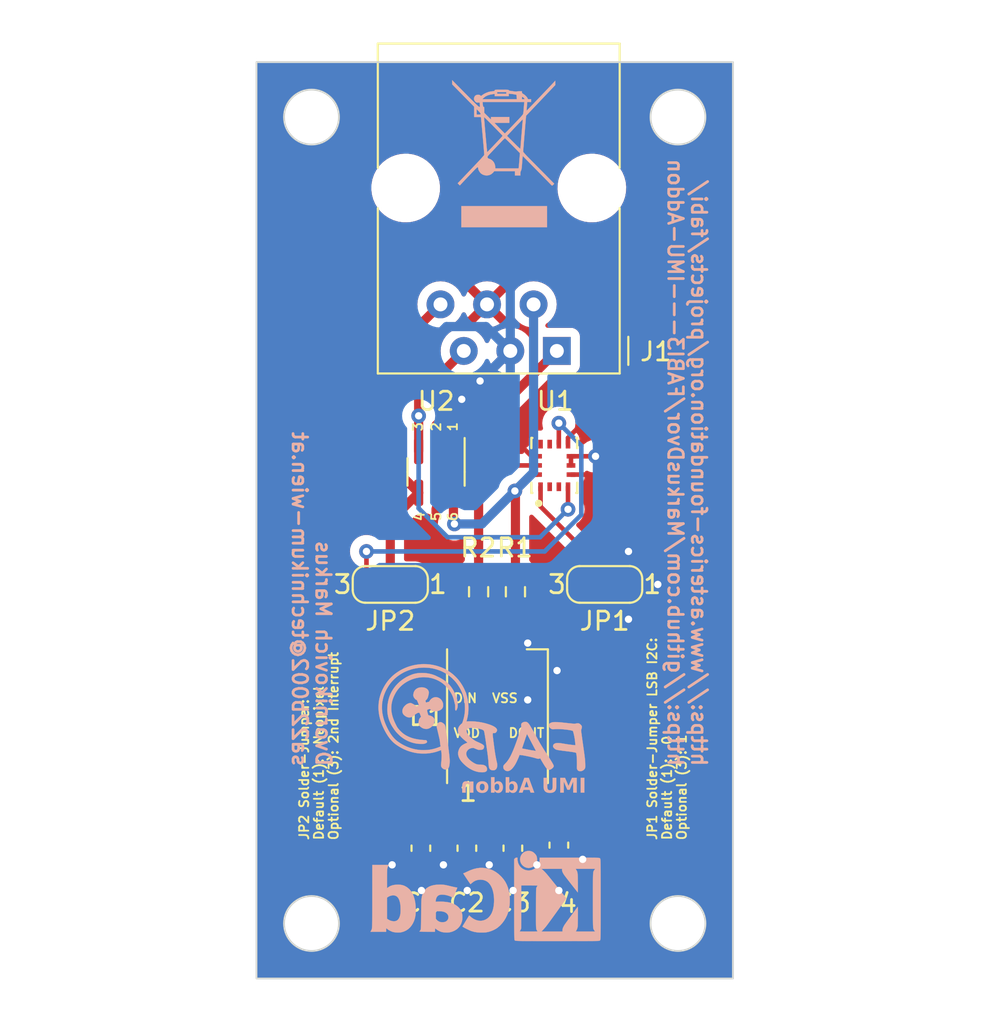
<source format=kicad_pcb>
(kicad_pcb (version 20221018) (generator pcbnew)
  (layers (0 "F.Cu" signal) (31 "B.Cu" signal) (34 "B.Paste" user) (35 "F.Paste" user) (36 "B.SilkS" user "B.Silkscreen") (37 "F.SilkS" user "F.Silkscreen") (38 "B.Mask" user) (39 "F.Mask" user) (44 "Edge.Cuts" user))
  (net 0 "")
  (net 1 "GND")
  (net 2 "+3V3")
  (net 3 "/SCL")
  (net 4 "/SDA")
  (net 5 "/EXT1")
  (net 6 "/EXT2")
  (net 11 "Net-(JP1-C)")
  (net 13 "Net-(D1-DIN)")
  (net 14 "Net-(JP2-B)")
  (footprint "Resistor_SMD:R_0603_1608Metric_Pad0.98x0.95mm_HandSolder" (layer "F.Cu") (at 198.13 71.4 90)
    (fp_text reference "R1" (at 2.4 -0.03 180) (layer "F.SilkS"))
    (fp_text value "10k")
    (pad "1" smd roundrect (at -0.9125 0 90) (size 0.975 0.95) (layers "F.Cu" "F.Paste" "F.Mask") (net 2 "+3V3"))
    (pad "2" smd roundrect (at 0.9125 0 90) (size 0.975 0.95) (layers "F.Cu" "F.Paste" "F.Mask") (net 4 "/SDA"))
  )
  (footprint "ICM-42670-P:IC_ICM-42670-P" (layer "F.Cu") (at 200.25 64.5075 90)
    (fp_text reference "U1" (at 3.5075 0.05 180) (layer "F.SilkS"))
    (fp_text value "ICM-42670-P")
    (pad "1" smd rect (at -1.1625 -0.75 90) (size 0.475 0.25) (layers "F.Cu" "F.Paste") (net 11 "Net-(JP1-C)"))
    (pad "2" smd rect (at -1.1625 -0.25 90) (size 0.475 0.25) (layers "F.Cu" "F.Paste"))
    (pad "3" smd rect (at -1.1625 0.25 90) (size 0.475 0.25) (layers "F.Cu" "F.Paste"))
    (pad "4" smd rect (at -1.1625 0.75 90) (size 0.475 0.25) (layers "F.Cu" "F.Paste") (net 5 "/EXT1"))
    (pad "5" smd rect (at -0.5 0.9125 90) (size 0.25 0.475) (layers "F.Cu" "F.Paste") (net 2 "+3V3"))
    (pad "6" smd rect (at 0 0.9125 90) (size 0.25 0.475) (layers "F.Cu" "F.Paste") (net 1 "GND"))
    (pad "7" smd rect (at 0.5 0.9125 90) (size 0.25 0.475) (layers "F.Cu" "F.Paste") (net 1 "GND"))
    (pad "8" smd rect (at 1.1625 0.75 90) (size 0.475 0.25) (layers "F.Cu" "F.Paste") (net 2 "+3V3"))
    (pad "9" smd rect (at 1.1625 0.25 90) (size 0.475 0.25) (layers "F.Cu" "F.Paste") (net 14 "Net-(JP2-B)"))
    (pad "10" smd rect (at 1.1625 -0.25 90) (size 0.475 0.25) (layers "F.Cu" "F.Paste"))
    (pad "11" smd rect (at 1.1625 -0.75 90) (size 0.475 0.25) (layers "F.Cu" "F.Paste"))
    (pad "12" smd rect (at 0.5 -0.9125 90) (size 0.25 0.475) (layers "F.Cu" "F.Paste") (net 2 "+3V3"))
    (pad "13" smd rect (at 0 -0.9125 90) (size 0.25 0.475) (layers "F.Cu" "F.Paste") (net 3 "/SCL"))
    (pad "14" smd rect (at -0.5 -0.9125 90) (size 0.25 0.475) (layers "F.Cu" "F.Paste") (net 4 "/SDA"))
    (zone (net 0) (net_name "") (layer "F.Cu") (connect_pads (clearance 0)) (min_thickness 0.01)
      (keepout (tracks not_allowed) (vias not_allowed) (pads not_allowed) (copperpour not_allowed) (footprints allowed))
      (fill (thermal_gap 0.508) (thermal_bridge_width 0.508))
      (polygon (pts (xy 199.6 65.4075) (xy 199.6 63.6075) (xy 200.9 63.6075) (xy 200.9 65.4075)))
    )
  )
  (footprint "Capacitor_SMD:C_0603_1608Metric_Pad1.08x0.95mm_HandSolder" (layer "F.Cu") (at 197.99 85.3925 -90)
    (fp_text reference "C3" (at 2.975 0 -180) (layer "F.SilkS"))
    (fp_text value "2,2uF")
    (pad "1" smd roundrect (at -0.8625 0 270) (size 1.075 0.95) (layers "F.Cu" "F.Paste" "F.Mask") (net 2 "+3V3"))
    (pad "2" smd roundrect (at 0.8625 0 270) (size 1.075 0.95) (layers "F.Cu" "F.Paste" "F.Mask") (net 1 "GND"))
  )
  (footprint "LED_SMD:LED_WS2812B_PLCC4_5.0x5.0mm_P3.2mm" (layer "F.Cu") (at 197.15 78.19 90)
    (fp_text reference "D1" (at -0.01 -3.85 180) (layer "F.SilkS"))
    (fp_text value "WS2812B")
    (fp_text user "1" (at -4.15 -1.6 180) (layer "F.SilkS"))
    (pad "1" smd rect (at -2.45 -1.65 90) (size 1.5 0.9) (layers "F.Cu" "F.Paste" "F.Mask") (net 2 "+3V3"))
    (pad "2" smd rect (at -2.45 1.65 90) (size 1.5 0.9) (layers "F.Cu" "F.Paste" "F.Mask"))
    (pad "3" smd rect (at 2.45 1.65 90) (size 1.5 0.9) (layers "F.Cu" "F.Paste" "F.Mask") (net 1 "GND"))
    (pad "4" smd rect (at 2.45 -1.65 90) (size 1.5 0.9) (layers "F.Cu" "F.Paste" "F.Mask") (net 13 "Net-(D1-DIN)"))
  )
  (footprint "Capacitor_SMD:C_0603_1608Metric" (layer "F.Cu") (at 200.5 85.225 -90)
    (fp_text reference "C4" (at 3.175 0 -180) (layer "F.SilkS"))
    (fp_text value "100n")
    (pad "1" smd roundrect (at -0.775 0 270) (size 0.9 0.95) (layers "F.Cu" "F.Paste" "F.Mask") (net 2 "+3V3"))
    (pad "2" smd roundrect (at 0.775 0 270) (size 0.9 0.95) (layers "F.Cu" "F.Paste" "F.Mask") (net 1 "GND"))
  )
  (footprint "Capacitor_SMD:C_0603_1608Metric_Pad1.08x0.95mm_HandSolder" (layer "F.Cu") (at 195.48 85.3925 -90)
    (fp_text reference "C2" (at 2.975 0 -180) (layer "F.SilkS"))
    (fp_text value "0,1uF")
    (pad "1" smd roundrect (at -0.8625 0 270) (size 1.075 0.95) (layers "F.Cu" "F.Paste" "F.Mask") (net 2 "+3V3"))
    (pad "2" smd roundrect (at 0.8625 0 270) (size 1.075 0.95) (layers "F.Cu" "F.Paste" "F.Mask") (net 1 "GND"))
  )
  (footprint "Jumper:SolderJumper-3_P1.3mm_Bridged12_RoundedPad1.0x1.5mm_NumberLabels" (layer "F.Cu") (at 191.3 71 180)
    (fp_text reference "JP2" (at 0 -2) (layer "F.SilkS"))
    (fp_text value "SolderJumper_3_Bridged12")
    (fp_text user "1" (at -2.6 0) (layer "F.SilkS"))
    (fp_text user "3" (at 2.6 0) (layer "F.SilkS"))
    (fp_poly (pts (xy -0.9 -0.3) (xy -0.4 -0.3) (xy -0.4 0.3) (xy -0.9 0.3)) (fill solid) (layer "F.Cu"))
    (pad "1" smd custom (at -1.3 0 180) (size 1 0.5) (layers "F.Cu" "F.Mask") (net 13 "Net-(D1-DIN)") (options (clearance outline) (anchor rect)) (primitives (gr_poly (pts (xy 0.55 0.75) (xy 0 0.75) (xy 0 -0.75) (xy 0.55 -0.75)) (width 0) (fill yes)) (gr_circle (center 0 0.25) (end 0.5 0.25) (width 0) (fill yes)) (gr_circle (center 0 -0.25) (end 0.5 -0.25) (width 0) (fill yes))))
    (pad "2" smd rect (at 0 0 180) (size 1 1.5) (layers "F.Cu" "F.Mask") (net 6 "/EXT2"))
    (pad "3" smd custom (at 1.3 0 180) (size 1 0.5) (layers "F.Cu" "F.Mask") (net 14 "Net-(JP2-B)") (options (clearance outline) (anchor rect)) (primitives (gr_circle (center 0 0.25) (end 0.5 0.25) (width 0) (fill yes)) (gr_circle (center 0 -0.25) (end 0.5 -0.25) (width 0) (fill yes)) (gr_poly (pts (xy 0 0.75) (xy -0.55 0.75) (xy -0.55 -0.75) (xy 0 -0.75)) (width 0) (fill yes))))
  )
  (footprint "Resistor_SMD:R_0603_1608Metric_Pad0.98x0.95mm_HandSolder" (layer "F.Cu") (at 196.12 71.4 90)
    (fp_text reference "R2" (at 2.4 -0.02 180) (layer "F.SilkS"))
    (fp_text value "10k")
    (pad "1" smd roundrect (at -0.9125 0 90) (size 0.975 0.95) (layers "F.Cu" "F.Paste" "F.Mask") (net 2 "+3V3"))
    (pad "2" smd roundrect (at 0.9125 0 90) (size 0.975 0.95) (layers "F.Cu" "F.Paste" "F.Mask") (net 3 "/SCL"))
  )
  (footprint "Connector_RJ:RJ12_Amphenol_54601" (layer "F.Cu") (at 200.39 58.26 180)
    (fp_text reference "J1" (at -5.41 -0.04) (layer "F.SilkS"))
    (fp_text value "RJ25")
    (pad "" np_thru_hole circle (at -1.91 8.89 180) (size 3.25 3.25) (drill 3.25) (layers "*.Cu" "*.Mask"))
    (pad "" np_thru_hole circle (at 8.25 8.89 180) (size 3.25 3.25) (drill 3.25) (layers "*.Cu" "*.Mask"))
    (pad "1" thru_hole rect (at 0 0 180) (size 1.52 1.52) (drill 0.76) (layers "*.Cu" "*.Mask") (net 3 "/SCL"))
    (pad "2" thru_hole circle (at 1.27 2.54 180) (size 1.52 1.52) (drill 0.76) (layers "*.Cu" "*.Mask") (net 4 "/SDA"))
    (pad "3" thru_hole circle (at 2.54 0 180) (size 1.52 1.52) (drill 0.76) (layers "*.Cu" "*.Mask") (net 1 "GND"))
    (pad "4" thru_hole circle (at 3.81 2.54 180) (size 1.52 1.52) (drill 0.76) (layers "*.Cu" "*.Mask") (net 2 "+3V3"))
    (pad "5" thru_hole circle (at 5.08 0 180) (size 1.52 1.52) (drill 0.76) (layers "*.Cu" "*.Mask") (net 5 "/EXT1"))
    (pad "6" thru_hole circle (at 6.35 2.54 180) (size 1.52 1.52) (drill 0.76) (layers "*.Cu" "*.Mask") (net 6 "/EXT2"))
  )
  (footprint "Capacitor_SMD:C_0603_1608Metric_Pad1.08x0.95mm_HandSolder" (layer "F.Cu") (at 192.97 85.3925 -90)
    (fp_text reference "C1" (at 2.975 0 -180) (layer "F.SilkS"))
    (fp_text value "10nF")
    (pad "1" smd roundrect (at -0.8625 0 270) (size 1.075 0.95) (layers "F.Cu" "F.Paste" "F.Mask") (net 2 "+3V3"))
    (pad "2" smd roundrect (at 0.8625 0 270) (size 1.075 0.95) (layers "F.Cu" "F.Paste" "F.Mask") (net 1 "GND"))
  )
  (footprint "Jumper:SolderJumper-3_P1.3mm_Bridged12_RoundedPad1.0x1.5mm_NumberLabels" (layer "F.Cu") (at 203 71 180)
    (fp_text reference "JP1" (at 0 -2) (layer "F.SilkS"))
    (fp_text value "SolderJumper_3_Bridged12")
    (fp_text user "3" (at 2.6 0) (layer "F.SilkS"))
    (fp_text user "1" (at -2.6 0) (layer "F.SilkS"))
    (fp_poly (pts (xy -0.9 -0.3) (xy -0.4 -0.3) (xy -0.4 0.3) (xy -0.9 0.3)) (fill solid) (layer "F.Cu"))
    (pad "1" smd custom (at -1.3 0 180) (size 1 0.5) (layers "F.Cu" "F.Mask") (net 1 "GND") (options (clearance outline) (anchor rect)) (primitives (gr_poly (pts (xy 0.55 0.75) (xy 0 0.75) (xy 0 -0.75) (xy 0.55 -0.75)) (width 0) (fill yes)) (gr_circle (center 0 0.25) (end 0.5 0.25) (width 0) (fill yes)) (gr_circle (center 0 -0.25) (end 0.5 -0.25) (width 0) (fill yes))))
    (pad "2" smd rect (at 0 0 180) (size 1 1.5) (layers "F.Cu" "F.Mask") (net 11 "Net-(JP1-C)"))
    (pad "3" smd custom (at 1.3 0 180) (size 1 0.5) (layers "F.Cu" "F.Mask") (net 2 "+3V3") (options (clearance outline) (anchor rect)) (primitives (gr_circle (center 0 0.25) (end 0.5 0.25) (width 0) (fill yes)) (gr_circle (center 0 -0.25) (end 0.5 -0.25) (width 0) (fill yes)) (gr_poly (pts (xy 0 0.75) (xy -0.55 0.75) (xy -0.55 -0.75) (xy 0 -0.75)) (width 0) (fill yes))))
  )
  (footprint "Package_SO:SC-74-6_1.5x2.9mm_P0.95mm" (layer "F.Cu") (at 193.7975 64.8625 -90)
    (fp_text reference "U2" (at -3.8625 -0.0025 -180) (layer "F.SilkS"))
    (fp_text value "D1213A-04SO-7")
    (pad "1" smd roundrect (at -1.1375 -0.95 270) (size 1.425 0.5) (layers "F.Cu" "F.Paste" "F.Mask") (net 3 "/SCL"))
    (pad "2" smd roundrect (at -1.1375 0 270) (size 1.425 0.5) (layers "F.Cu" "F.Paste" "F.Mask") (net 1 "GND"))
    (pad "3" smd roundrect (at -1.1375 0.95 270) (size 1.425 0.5) (layers "F.Cu" "F.Paste" "F.Mask") (net 5 "/EXT1"))
    (pad "4" smd roundrect (at 1.1375 0.95 270) (size 1.425 0.5) (layers "F.Cu" "F.Paste" "F.Mask") (net 6 "/EXT2"))
    (pad "5" smd roundrect (at 1.1375 0 270) (size 1.425 0.5) (layers "F.Cu" "F.Paste" "F.Mask") (net 2 "+3V3"))
    (pad "6" smd roundrect (at 1.1375 -0.95 270) (size 1.425 0.5) (layers "F.Cu" "F.Paste" "F.Mask") (net 4 "/SDA"))
  )
  (footprint "Symbol:KiCad-Logo_5mm_SilkScreen" (layer "B.Cu") (at 196.505698 88.517938 180)
    (fp_text reference "LOGO2" hide)
    (fp_text value "Logo_KiCAD" hide)
  )
  (footprint "Symbol:WEEE-Logo_5.6x8mm_SilkScreen" (layer "B.Cu") (at 197.5 47.5 180)
    (fp_text reference "LOGO4" hide)
    (fp_text value "Logo_WEEE" hide)
  )
  (footprint "FABI:FABI_Logo_s" (layer "B.Cu") (at 196.240099 77.928395 180)
    (fp_text reference "LOGO1" hide)
    (fp_text value "Logo_FABI" hide)
  )
  (gr_circle (center 187 45.5) (end 185.5 45.5) (stroke (width 0.1)) (fill none) (layer "Edge.Cuts"))
  (gr_rect (start 184 42.5) (end 210 92.5) (stroke (width 0.1)) (fill none) (layer "Edge.Cuts"))
  (gr_circle (center 207 89.5) (end 207 91) (stroke (width 0.1)) (fill none) (layer "Edge.Cuts"))
  (gr_circle (center 207 45.5) (end 207 47) (stroke (width 0.1)) (fill none) (layer "Edge.Cuts"))
  (gr_circle (center 187 89.5) (end 185.5 89.5) (stroke (width 0.1)) (fill none) (layer "Edge.Cuts"))
  (gr_text "Dvornikovich Markus\nsa22b002@technikum-wien.at" (at 187 81 -90) (layer "B.SilkS") (effects (font (size 0.8 0.8) (thickness 0.15) bold) (justify left mirror)))
  (gr_text "IMU Addon" (at 202 82.5) (layer "B.SilkS") (effects (font (size 0.8 0.8) (thickness 0.2) bold) (justify left bottom mirror)))
  (gr_text "https://www.asterics-foundation.org/projects/fabi/\nhttps://github.com/MarkusDvor/FABI3---IMU-Addon" (at 207.5 81 -90) (layer "B.SilkS") (effects (font (size 0.8 0.8) (thickness 0.15) bold) (justify left mirror)))
  (gr_text "3" (at 193.1 62.7 90) (layer "F.SilkS") (effects (font (size 0.5 0.5) (thickness 0.1) bold) (justify left bottom)))
  (gr_text "6" (at 195 67.6 90) (layer "F.SilkS") (effects (font (size 0.5 0.5) (thickness 0.1) bold) (justify left bottom)))
  (gr_text "VSS" (at 196.8 77.5) (layer "F.SilkS") (effects (font (size 0.5 0.5) (thickness 0.1) bold) (justify left bottom)))
  (gr_text "5" (at 194.1 67.6 90) (layer "F.SilkS") (effects (font (size 0.5 0.5) (thickness 0.1) bold) (justify left bottom)))
  (gr_text "DOUT" (at 197.7 79.4) (layer "F.SilkS") (effects (font (size 0.5 0.5) (thickness 0.1) bold) (justify left bottom)))
  (gr_text "VDD\n" (at 194.7 79.4) (layer "F.SilkS") (effects (font (size 0.5 0.5) (thickness 0.1) bold) (justify left bottom)))
  (gr_text "2" (at 194.1 62.7 90) (layer "F.SilkS") (effects (font (size 0.5 0.5) (thickness 0.1) bold) (justify left bottom)))
  (gr_text "JP2 Solder-Jumper:\nDefault (1):  Neopixel\nOptional (3): 2nd Interrupt" (at 188.5 85 90) (layer "F.SilkS") (effects (font (size 0.5 0.5) (thickness 0.1) bold) (justify left bottom)))
  (gr_text "DIN" (at 194.7 77.5) (layer "F.SilkS") (effects (font (size 0.5 0.5) (thickness 0.1) bold) (justify left bottom)))
  (gr_text "JP1 Solder-Jumper LSB I2C:\nDefault (1):  0\nOptional (3): 1" (at 207.5 85 90) (layer "F.SilkS") (effects (font (size 0.5 0.5) (thickness 0.1) bold) (justify left bottom)))
  (gr_text "4" (at 193.2 67.6 90) (layer "F.SilkS") (effects (font (size 0.5 0.5) (thickness 0.1) bold) (justify left bottom)))
  (gr_text "1" (at 195 62.7 90) (layer "F.SilkS") (effects (font (size 0.5 0.5) (thickness 0.1) bold) (justify left bottom)))
  (segment (start 196.2 59.91) (end 196.11 60) (width 0.5) (layer "F.Cu") (net 1))
  (segment (start 196.745 86.255) (end 197.99 86.255) (width 0.5) (layer "F.Cu") (net 1))
  (segment (start 197.85 58.26) (end 197.85 58.25) (width 0.5) (layer "F.Cu") (net 1))
  (segment (start 191.445 86.255) (end 191.4 86.3) (width 0.5) (layer "F.Cu") (net 1))
  (segment (start 200.245 86.255) (end 200.5 86) (width 0.5) (layer "F.Cu") (net 1))
  (segment (start 192.97 86.255) (end 194.155 86.255) (width 0.5) (layer "F.Cu") (net 1))
  (segment (start 196.655 86.255) (end 196.7 86.3) (width 0.5) (layer "F.Cu") (net 1))
  (segment (start 193.7975 62.3125) (end 193.7975 63.725) (width 0.5) (layer "F.Cu") (net 1))
  (segment (start 198.8 75.74) (end 198.8 74.2) (width 0.5) (layer "F.Cu") (net 1))
  (segment (start 195.48 86.255) (end 196.655 86.255) (width 0.5) (layer "F.Cu") (net 1))
  (segment (start 199.345 86.255) (end 200.245 86.255) (width 0.5) (layer "F.Cu") (net 1))
  (segment (start 196.81 59.3) (end 196.8 59.3) (width 0.5) (layer "F.Cu") (net 1))
  (segment (start 195.48 86.255) (end 195.48 87.68) (width 0.5) (layer "F.Cu") (net 1))
  (segment (start 196.8 59.31) (end 196.21 59.9) (width 0.5) (layer "F.Cu") (net 1))
  (segment (start 199.255 86.255) (end 199.3 86.3) (width 0.5) (layer "F.Cu") (net 1))
  (segment (start 195.4 60.71) (end 195.21 60.9) (width 0.5) (layer "F.Cu") (net 1))
  (segment (start 194.245 86.255) (end 195.48 86.255) (width 0.5) (layer "F.Cu") (net 1))
  (segment (start 195.4 60.7) (end 195.4 60.71) (width 0.5) (layer "F.Cu") (net 1))
  (segment (start 202.5 64.0075) (end 201.1625 64.0075) (width 0.25) (layer "F.Cu") (net 1))
  (segment (start 198.8 75.74) (end 198.8 77.3) (width 0.5) (layer "F.Cu") (net 1))
  (segment (start 195.21 60.9) (end 195.2 60.9) (width 0.5) (layer "F.Cu") (net 1))
  (segment (start 192.97 86.255) (end 191.445 86.255) (width 0.5) (layer "F.Cu") (net 1))
  (segment (start 204.3 71) (end 204.3 72.9) (width 0.5) (layer "F.Cu") (net 1))
  (segment (start 200.5 86) (end 200.5 87.7) (width 0.5) (layer "F.Cu") (net 1))
  (segment (start 198.8 75.74) (end 200.36 75.74) (width 0.5) (layer "F.Cu") (net 1))
  (segment (start 196.1 60.01) (end 195.41 60.7) (width 0.5) (layer "F.Cu") (net 1))
  (segment (start 197.99 87.69) (end 198 87.7) (width 0.5) (layer "F.Cu") (net 1))
  (segment (start 200.5 86) (end 201.8 86) (width 0.5) (layer "F.Cu") (net 1))
  (segment (start 195.41 60.7) (end 195.4 60.7) (width 0.5) (layer "F.Cu") (net 1))
  (segment (start 196.8 59.3) (end 196.8 59.31) (width 0.5) (layer "F.Cu") (net 1))
  (segment (start 204.3 71) (end 205.9 71) (width 0.5) (layer "F.Cu") (net 1))
  (segment (start 196.7 86.3) (end 196.745 86.255) (width 0.5) (layer "F.Cu") (net 1))
  (segment (start 196.11 60) (end 196.1 60) (width 0.5) (layer "F.Cu") (net 1))
  (segment (start 195.2 60.91) (end 193.7975 62.3125) (width 0.5) (layer "F.Cu") (net 1))
  (segment (start 196.2 59.9) (end 196.2 59.91) (width 0.5) (layer "F.Cu") (net 1))
  (segment (start 197.99 86.255) (end 199.255 86.255) (width 0.5) (layer "F.Cu") (net 1))
  (segment (start 200.36 75.74) (end 200.4 75.7) (width 0.5) (layer "F.Cu") (net 1))
  (segment (start 196.21 59.9) (end 196.2 59.9) (width 0.5) (layer "F.Cu") (net 1))
  (segment (start 195.48 87.68) (end 195.5 87.7) (width 0.5) (layer "F.Cu") (net 1))
  (segment (start 195.2 60.9) (end 195.2 60.91) (width 0.5) (layer "F.Cu") (net 1))
  (segment (start 192.97 86.255) (end 192.97 87.67) (width 0.5) (layer "F.Cu") (net 1))
  (segment (start 194.2 86.3) (end 194.245 86.255) (width 0.5) (layer "F.Cu") (net 1))
  (segment (start 201.1625 64.5075) (end 201.1625 64.0075) (width 0.25) (layer "F.Cu") (net 1))
  (segment (start 197.85 58.26) (end 196.81 59.3) (width 0.5) (layer "F.Cu") (net 1))
  (segment (start 199.3 86.3) (end 199.345 86.255) (width 0.5) (layer "F.Cu") (net 1))
  (segment (start 192.97 87.67) (end 193 87.7) (width 0.5) (layer "F.Cu") (net 1))
  (segment (start 196.1 60) (end 196.1 60.01) (width 0.5) (layer "F.Cu") (net 1))
  (segment (start 204.3 71) (end 204.3 69.2) (width 0.5) (layer "F.Cu") (net 1))
  (segment (start 197.99 86.255) (end 197.99 87.69) (width 0.5) (layer "F.Cu") (net 1))
  (segment (start 194.155 86.255) (end 194.2 86.3) (width 0.5) (layer "F.Cu") (net 1))
  (via (at 196.7 86.3) (size 0.8) (drill 0.4) (layers "F.Cu" "B.Cu") (net 1))
  (via (at 196.2 59.9) (size 0.8) (drill 0.4) (layers "F.Cu" "B.Cu") (net 1))
  (via (at 202.5 64.0075) (size 0.8) (drill 0.4) (layers "F.Cu" "B.Cu") (net 1))
  (via (at 195.2 60.9) (size 0.8) (drill 0.4) (layers "F.Cu" "B.Cu") (net 1))
  (via (at 201.8 86) (size 0.8) (drill 0.4) (layers "F.Cu" "B.Cu") (net 1))
  (via (at 198 87.7) (size 0.8) (drill 0.4) (layers "F.Cu" "B.Cu") (net 1))
  (via (at 198.8 74.2) (size 0.8) (drill 0.4) (layers "F.Cu" "B.Cu") (net 1))
  (via (at 199.3 86.3) (size 0.8) (drill 0.4) (layers "F.Cu" "B.Cu") (net 1))
  (via (at 200.5 87.7) (size 0.8) (drill 0.4) (layers "F.Cu" "B.Cu") (net 1))
  (via (at 191.4 86.3) (size 0.8) (drill 0.4) (layers "F.Cu" "B.Cu") (net 1))
  (via (at 205.9 71) (size 0.8) (drill 0.4) (layers "F.Cu" "B.Cu") (net 1))
  (via (at 193 87.7) (size 0.8) (drill 0.4) (layers "F.Cu" "B.Cu") (net 1))
  (via (at 200.4 75.7) (size 0.8) (drill 0.4) (layers "F.Cu" "B.Cu") (net 1))
  (via (at 194.2 86.3) (size 0.8) (drill 0.4) (layers "F.Cu" "B.Cu") (net 1))
  (via (at 195.5 87.7) (size 0.8) (drill 0.4) (layers "F.Cu" "B.Cu") (net 1))
  (via (at 204.3 72.9) (size 0.8) (drill 0.4) (layers "F.Cu" "B.Cu") (net 1))
  (via (at 204.3 69.2) (size 0.8) (drill 0.4) (layers "F.Cu" "B.Cu") (net 1))
  (via (at 198.8 77.3) (size 0.8) (drill 0.4) (layers "F.Cu" "B.Cu") (net 1))
  (segment (start 197.85 58.26) (end 196.52 56.93) (width 0.5) (layer "B.Cu") (net 1))
  (segment (start 197.85 58.26) (end 197.85 60.45) (width 0.5) (layer "B.Cu") (net 1))
  (segment (start 194.37 56.93) (end 193.3 58) (width 0.5) (layer "B.Cu") (net 1))
  (segment (start 196.52 56.93) (end 194.37 56.93) (width 0.5) (layer "B.Cu") (net 1))
  (segment (start 197.85 58.26) (end 197.85 54.15) (width 0.5) (layer "B.Cu") (net 1))
  (segment (start 197.85 58.26) (end 195.71 60.4) (width 0.5) (layer "B.Cu") (net 1))
  (segment (start 199.3375 64.0075) (end 199.0075 64.0075) (width 0.25) (layer "F.Cu") (net 2))
  (segment (start 201.1625 65.0075) (end 202.9925 65.0075) (width 0.25) (layer "F.Cu") (net 2))
  (segment (start 201 63) (end 202 62) (width 0.25) (layer "F.Cu") (net 2))
  (segment (start 200.3875 72.3125) (end 201.7 71) (width 0.5) (layer "F.Cu") (net 2))
  (segment (start 198.13 72.3125) (end 200.3875 72.3125) (width 0.5) (layer "F.Cu") (net 2))
  (segment (start 196.12 72.3125) (end 198.13 72.3125) (width 0.5) (layer "F.Cu") (net 2))
  (segment (start 201 63.345) (end 201 63) (width 0.25) (layer "F.Cu") (net 2))
  (segment (start 199.0075 64.0075) (end 198 63) (width 0.25) (layer "F.Cu") (net 2))
  (segment (start 194.7475 63.725) (end 196.095 63.725) (width 0.5) (layer "F.Cu") (net 3))
  (segment (start 199.3375 64.5075) (end 196.9275 64.5075) (width 0.25) (layer "F.Cu") (net 3))
  (segment (start 196.9275 64.5075) (end 196.12 63.7) (width 0.25) (layer "F.Cu") (net 3))
  (segment (start 200.39 58.26) (end 196.12 62.53) (width 0.5) (layer "F.Cu") (net 3))
  (segment (start 196.095 63.725) (end 196.12 63.7) (width 0.5) (layer "F.Cu") (net 3))
  (segment (start 196.12 63.7) (end 196.12 70.4875) (width 0.5) (layer "F.Cu") (net 3))
  (segment (start 196.12 62.53) (end 196.12 63.7) (width 0.5) (layer "F.Cu") (net 3))
  (segment (start 194.7475 67.6475) (end 194.8 67.7) (width 0.5) (layer "F.Cu") (net 4))
  (segment (start 198.13 70.4875) (end 198.13 65.93) (width 0.5) (layer "F.Cu") (net 4))
  (segment (start 198.9925 65.0075) (end 198.1 65.9) (width 0.25) (layer "F.Cu") (net 4))
  (segment (start 198.13 65.93) (end 198.1 65.9) (width 0.5) (layer "F.Cu") (net 4))
  (segment (start 194.7475 66) (end 194.7475 67.6475) (width 0.5) (layer "F.Cu") (net 4))
  (segment (start 199.3375 65.0075) (end 198.9925 65.0075) (width 0.25) (layer "F.Cu") (net 4))
  (via (at 198.1 65.9) (size 0.8) (drill 0.4) (layers "F.Cu" "B.Cu") (net 4))
  (via (at 194.8 67.7) (size 0.8) (drill 0.4) (layers "F.Cu" "B.Cu") (net 4))
  (segment (start 198.1 65.9) (end 199.12 64.88) (width 0.5) (layer "B.Cu") (net 4))
  (segment (start 199.12 64.88) (end 199.12 55.72) (width 0.5) (layer "B.Cu") (net 4))
  (segment (start 196.3 67.7) (end 198.1 65.9) (width 0.5) (layer "B.Cu") (net 4))
  (segment (start 194.8 67.7) (end 196.3 67.7) (width 0.5) (layer "B.Cu") (net 4))
  (segment (start 195.31 58.26) (end 192.8475 60.7225) (width 0.5) (layer "F.Cu") (net 5))
  (segment (start 192.8475 60.7225) (end 192.8475 61.8) (width 0.5) (layer "F.Cu") (net 5))
  (segment (start 192.8475 61.8) (end 192.8475 63.725) (width 0.5) (layer "F.Cu") (net 5))
  (segment (start 201 65.67) (end 201 66.9) (width 0.25) (layer "F.Cu") (net 5))
  (via (at 201 66.9) (size 0.8) (drill 0.4) (layers "F.Cu" "B.Cu") (net 5))
  (via (at 192.8475 61.8) (size 0.8) (drill 0.4) (layers "F.Cu" "B.Cu") (net 5))
  (segment (start 192.8475 66.8475) (end 192.8475 61.8) (width 0.25) (layer "B.Cu") (net 5))
  (segment (start 194.425 68.425) (end 192.8475 66.8475) (width 0.25) (layer "B.Cu") (net 5))
  (segment (start 201 66.9) (end 199.475 68.425) (width 0.25) (layer "B.Cu") (net 5))
  (segment (start 199.475 68.425) (end 194.425 68.425) (width 0.25) (layer "B.Cu") (net 5))
  (segment (start 191.5 58.26) (end 191.5 64.6525) (width 0.5) (layer "F.Cu") (net 6))
  (segment (start 191.5 64.6525) (end 192.8475 66) (width 0.5) (layer "F.Cu") (net 6))
  (segment (start 191.3 67.5475) (end 191.3 71) (width 0.5) (layer "F.Cu") (net 6))
  (segment (start 192.8475 66) (end 191.3 67.5475) (width 0.5) (layer "F.Cu") (net 6))
  (segment (start 194.04 55.72) (end 191.5 58.26) (width 0.5) (layer "F.Cu") (net 6))
  (segment (start 199.5 66.75) (end 199.5 65.67) (width 0.25) (layer "F.Cu") (net 11))
  (segment (start 203 71) (end 203 70.25) (width 0.25) (layer "F.Cu") (net 11))
  (segment (start 203 70.25) (end 199.5 66.75) (width 0.25) (layer "F.Cu") (net 11))
  (segment (start 192.6 71) (end 192.6 72.84) (width 0.5) (layer "F.Cu") (net 13))
  (segment (start 192.6 72.84) (end 195.5 75.74) (width 0.5) (layer "F.Cu") (net 13))
  (segment (start 200.5 62.2) (end 200.5 63.345) (width 0.25) (layer "F.Cu") (net 14))
  (segment (start 190 71) (end 190 69.2) (width 0.25) (layer "F.Cu") (net 14))
  (via (at 200.5 62.2) (size 0.8) (drill 0.4) (layers "F.Cu" "B.Cu") (net 14))
  (via (at 190 69.2) (size 0.8) (drill 0.4) (layers "F.Cu" "B.Cu") (net 14))
  (segment (start 199.725305 69.2) (end 201.725 67.200305) (width 0.25) (layer "B.Cu") (net 14))
  (segment (start 201.725 67.200305) (end 201.725 63.425) (width 0.25) (layer "B.Cu") (net 14))
  (segment (start 201.725 63.425) (end 200.5 62.2) (width 0.25) (layer "B.Cu") (net 14))
  (segment (start 190 69.2) (end 199.725305 69.2) (width 0.25) (layer "B.Cu") (net 14))
  (zone (net 2) (net_name "+3V3") (layer "F.Cu") (connect_pads (clearance 0.5)) (min_thickness 0.25) (fill yes (thermal_gap 0.5) (thermal_bridge_width 0.5))
    (polygon (pts (xy 170 40) (xy 220 40) (xy 220 95) (xy 170 95)))
  )
  (zone (net 1) (net_name "GND") (layer "B.Cu") (priority 1) (connect_pads (clearance 0.5)) (min_thickness 0.25) (fill yes (thermal_gap 0.5) (thermal_bridge_width 0.5))
    (polygon (pts (xy 224 40) (xy 174 40) (xy 174 95) (xy 224 95)))
  )
)
</source>
